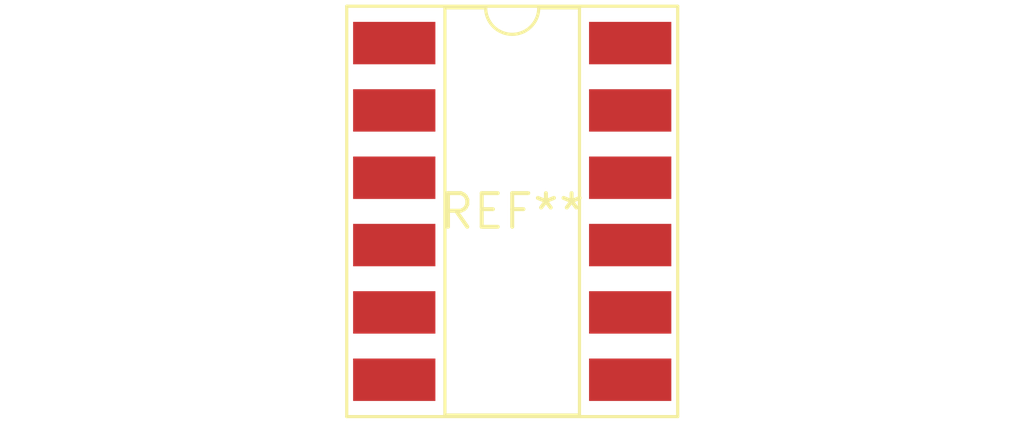
<source format=kicad_pcb>
(kicad_pcb (version 20240108) (generator pcbnew)
  (layers (0 "F.Cu" signal) (31 "B.Cu" signal) (34 "B.Paste" user) (35 "F.Paste" user) (36 "B.SilkS" user "B.Silkscreen") (37 "F.SilkS" user "F.Silkscreen") (38 "B.Mask" user) (39 "F.Mask" user) (44 "Edge.Cuts" user))
  (net 0 "")
  (footprint "DIP-12_W8.89mm_SMDSocket_LongPads" (layer "F.Cu") (at 0 0)
    (property "Reference" "REF**")
    (property "Value" "DIP-12_W8.89mm_SMDSocket_LongPads")
    (fp_line (start -6.235 -7.74) (end -6.235 7.74) (layer "F.SilkS") (stroke (width 0.12)))
    (fp_line (start -6.235 7.74) (end 6.235 7.74) (layer "F.SilkS") (stroke (width 0.12)))
    (fp_line (start -2.535 -7.68) (end -2.535 7.68) (layer "F.SilkS") (stroke (width 0.12)))
    (fp_line (start -2.535 7.68) (end 2.535 7.68) (layer "F.SilkS") (stroke (width 0.12)))
    (fp_line (start -1 -7.68) (end -2.535 -7.68) (layer "F.SilkS") (stroke (width 0.12)))
    (fp_line (start 2.535 -7.68) (end 1 -7.68) (layer "F.SilkS") (stroke (width 0.12)))
    (fp_line (start 2.535 7.68) (end 2.535 -7.68) (layer "F.SilkS") (stroke (width 0.12)))
    (fp_line (start 6.235 -7.74) (end -6.235 -7.74) (layer "F.SilkS") (stroke (width 0.12)))
    (fp_line (start 6.235 7.74) (end 6.235 -7.74) (layer "F.SilkS") (stroke (width 0.12)))
    (fp_arc (start 1 -7.68) (mid 0 -6.68) (end -1 -7.68) (layer "F.SilkS") (stroke (width 0.12)))
    (pad "1" smd rect (at -4.445 -6.35) (size 3.1 1.6) (layers "F.Cu" "F.Paste" "F.Mask"))
    (pad "2" smd rect (at -4.445 -3.81) (size 3.1 1.6) (layers "F.Cu" "F.Paste" "F.Mask"))
    (pad "3" smd rect (at -4.445 -1.27) (size 3.1 1.6) (layers "F.Cu" "F.Paste" "F.Mask"))
    (pad "4" smd rect (at -4.445 1.27) (size 3.1 1.6) (layers "F.Cu" "F.Paste" "F.Mask"))
    (pad "5" smd rect (at -4.445 3.81) (size 3.1 1.6) (layers "F.Cu" "F.Paste" "F.Mask"))
    (pad "6" smd rect (at -4.445 6.35) (size 3.1 1.6) (layers "F.Cu" "F.Paste" "F.Mask"))
    (pad "7" smd rect (at 4.445 6.35) (size 3.1 1.6) (layers "F.Cu" "F.Paste" "F.Mask"))
    (pad "8" smd rect (at 4.445 3.81) (size 3.1 1.6) (layers "F.Cu" "F.Paste" "F.Mask"))
    (pad "9" smd rect (at 4.445 1.27) (size 3.1 1.6) (layers "F.Cu" "F.Paste" "F.Mask"))
    (pad "10" smd rect (at 4.445 -1.27) (size 3.1 1.6) (layers "F.Cu" "F.Paste" "F.Mask"))
    (pad "11" smd rect (at 4.445 -3.81) (size 3.1 1.6) (layers "F.Cu" "F.Paste" "F.Mask"))
    (pad "12" smd rect (at 4.445 -6.35) (size 3.1 1.6) (layers "F.Cu" "F.Paste" "F.Mask"))
  )
)
</source>
